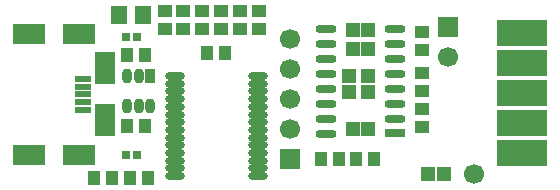
<source format=gbr>
G04 #@! TF.FileFunction,Soldermask,Top*
%FSLAX46Y46*%
G04 Gerber Fmt 4.6, Leading zero omitted, Abs format (unit mm)*
G04 Created by KiCad (PCBNEW (after 2015-mar-04 BZR unknown)-product) date 16.05.2015 18:47:26*
%MOMM*%
G01*
G04 APERTURE LIST*
%ADD10C,0.100000*%
%ADD11R,1.089000X1.216000*%
%ADD12R,1.343000X1.597000*%
%ADD13R,1.216000X1.089000*%
%ADD14O,1.800000X0.700000*%
%ADD15R,1.800000X0.700000*%
%ADD16O,1.700000X0.600000*%
%ADD17R,1.280000X1.200000*%
%ADD18R,1.200000X1.280000*%
%ADD19R,0.800000X0.800000*%
%ADD20R,1.100000X1.200000*%
%ADD21R,1.200000X1.100000*%
%ADD22R,2.700000X1.700000*%
%ADD23R,1.700000X2.700000*%
%ADD24R,1.450000X0.600000*%
%ADD25C,1.700000*%
%ADD26R,1.700000X1.700000*%
%ADD27R,4.200000X2.200000*%
%ADD28R,0.835000X1.299820*%
%ADD29O,0.835000X1.299820*%
G04 APERTURE END LIST*
D10*
D11*
X147438000Y-95600000D03*
X148962000Y-95600000D03*
X148762000Y-85200000D03*
X147238000Y-85200000D03*
X147238000Y-91200000D03*
X148762000Y-91200000D03*
X154038000Y-85000000D03*
X155562000Y-85000000D03*
D12*
X146584000Y-81800000D03*
X148616000Y-81800000D03*
D13*
X172208000Y-89703900D03*
X172208000Y-91227900D03*
X172208000Y-86703900D03*
X172208000Y-88227900D03*
D11*
X163638000Y-94000000D03*
X165162000Y-94000000D03*
X168162000Y-94000000D03*
X166638000Y-94000000D03*
D13*
X172200000Y-84762000D03*
X172200000Y-83238000D03*
X153600000Y-81438000D03*
X153600000Y-82962000D03*
X150400000Y-81438000D03*
X150400000Y-82962000D03*
X156800000Y-81438000D03*
X156800000Y-82962000D03*
D14*
X164100000Y-91810000D03*
X164100000Y-90540000D03*
X169900000Y-82920000D03*
D15*
X169900000Y-91800000D03*
D14*
X169900000Y-84190000D03*
X169900000Y-85460000D03*
X169900000Y-86730000D03*
X169900000Y-90540000D03*
X169900000Y-89270000D03*
X169900000Y-88000000D03*
X164100000Y-82920000D03*
X164100000Y-84190000D03*
X164100000Y-85460000D03*
X164100000Y-86730000D03*
X164100000Y-88000000D03*
X164100000Y-89270000D03*
D16*
X158350000Y-95400000D03*
X158350000Y-94750000D03*
X158350000Y-94100000D03*
X158350000Y-93450000D03*
X158350000Y-92800000D03*
X158350000Y-92150000D03*
X158350000Y-91500000D03*
X158350000Y-90850000D03*
X158350000Y-90200000D03*
X158350000Y-89550000D03*
X158350000Y-88900000D03*
X158350000Y-88250000D03*
X158350000Y-87600000D03*
X158350000Y-86950000D03*
X151250000Y-86950000D03*
X151250000Y-87600000D03*
X151250000Y-88250000D03*
X151250000Y-88900000D03*
X151250000Y-89550000D03*
X151250000Y-90200000D03*
X151250000Y-90850000D03*
X151250000Y-91500000D03*
X151250000Y-92150000D03*
X151250000Y-92800000D03*
X151250000Y-93450000D03*
X151250000Y-94100000D03*
X151250000Y-94750000D03*
X151250000Y-95400000D03*
D17*
X167668000Y-84665900D03*
X166348000Y-84665900D03*
X167668000Y-83065900D03*
X166348000Y-83065900D03*
D18*
X167600000Y-88260000D03*
X167600000Y-86940000D03*
X166000000Y-88260000D03*
X166000000Y-86940000D03*
D17*
X167660000Y-91400000D03*
X166340000Y-91400000D03*
X174060000Y-95200000D03*
X172740000Y-95200000D03*
D19*
X148100000Y-83600000D03*
X147100000Y-83600000D03*
X148100000Y-93600000D03*
X147100000Y-93600000D03*
D20*
X145950000Y-95600000D03*
X144450000Y-95600000D03*
D21*
X155200000Y-82950000D03*
X155200000Y-81450000D03*
X152000000Y-82950000D03*
X152000000Y-81450000D03*
X158400000Y-82950000D03*
X158400000Y-81450000D03*
D22*
X138950000Y-83350000D03*
X138950000Y-93650000D03*
X143150000Y-83350000D03*
X143150000Y-93650000D03*
D23*
X145350000Y-86300000D03*
X145350000Y-90700000D03*
D24*
X143475000Y-87200000D03*
X143475000Y-87850000D03*
X143475000Y-88500000D03*
X143475000Y-89150000D03*
X143475000Y-89800000D03*
D25*
X161000000Y-83840000D03*
D26*
X161000000Y-94000000D03*
D25*
X161000000Y-91460000D03*
X161000000Y-88920000D03*
X161000000Y-86380000D03*
D27*
X180660000Y-83320000D03*
X180660000Y-85860000D03*
X180660000Y-88400000D03*
X180660000Y-90940000D03*
X180660000Y-93480000D03*
D25*
X176600000Y-95200000D03*
D26*
X174400000Y-82800000D03*
D25*
X174400000Y-85340000D03*
D28*
X149149960Y-86899520D03*
D29*
X148200000Y-86899520D03*
X147250040Y-86899520D03*
X147250040Y-89500480D03*
X148200000Y-89500480D03*
X149149960Y-89500480D03*
M02*

</source>
